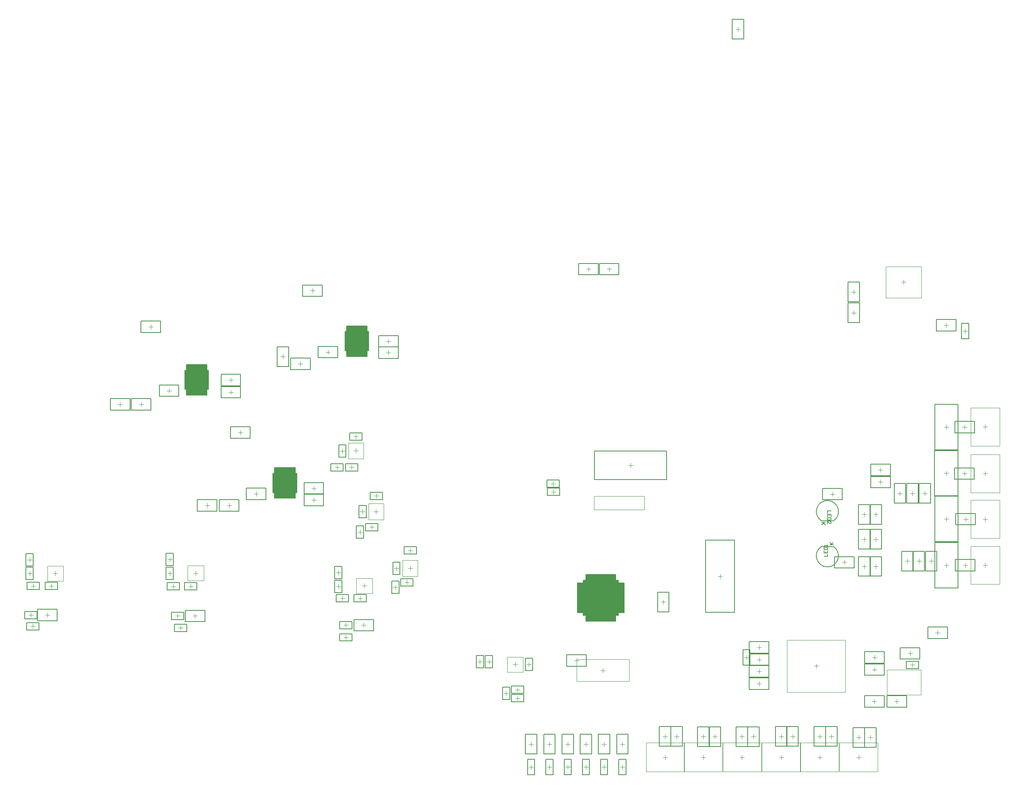
<source format=gbr>
%TF.GenerationSoftware,Altium Limited,Altium Designer,21.6.4 (81)*%
G04 Layer_Color=32768*
%FSLAX43Y43*%
%MOMM*%
%TF.SameCoordinates,76D5CAF9-2094-4FD7-9A7B-915B2AFADFAF*%
%TF.FilePolarity,Positive*%
%TF.FileFunction,Other,Mechanical_15*%
%TF.Part,Single*%
G01*
G75*
%TA.AperFunction,NonConductor*%
%ADD112C,0.152*%
%ADD115C,0.200*%
%ADD126C,0.100*%
%ADD132C,0.050*%
G36*
X108716Y64038D02*
Y62783D01*
X113237D01*
Y64038D01*
X113580D01*
Y68229D01*
X113237D01*
Y69484D01*
X108716D01*
Y68229D01*
X108373D01*
Y64038D01*
X108716D01*
D02*
G37*
G36*
X89399Y86679D02*
Y85424D01*
X93920D01*
Y86679D01*
X94263D01*
Y90870D01*
X93920D01*
Y92125D01*
X89399D01*
Y90870D01*
X89056D01*
Y86679D01*
X89399D01*
D02*
G37*
G36*
X176427Y37667D02*
Y37077D01*
X177017D01*
Y35824D01*
X183533D01*
Y37077D01*
X184123D01*
Y37667D01*
X185376D01*
Y44183D01*
X184123D01*
Y44773D01*
X183533D01*
Y46026D01*
X177017D01*
Y44773D01*
X176427D01*
Y44183D01*
X175174D01*
Y37667D01*
X176427D01*
D02*
G37*
G36*
X124517Y95169D02*
Y93914D01*
X129038D01*
Y95169D01*
X129381D01*
Y99360D01*
X129038D01*
Y100615D01*
X124517D01*
Y99360D01*
X124174D01*
Y95169D01*
X124517D01*
D02*
G37*
D112*
X108716Y62783D02*
X113237D01*
Y64038D01*
X113580D01*
Y68229D01*
X113237D02*
X113580D01*
X113237D02*
Y69484D01*
X108716D02*
X113237D01*
X108716Y68229D02*
Y69484D01*
X108373Y68229D02*
X108716D01*
X108373Y64038D02*
Y68229D01*
Y64038D02*
X108716D01*
Y62783D02*
Y64038D01*
X124517Y93914D02*
Y95169D01*
X124174D02*
X124517D01*
X124174D02*
Y99360D01*
X124517D01*
Y100615D01*
X129038D01*
Y99360D02*
Y100615D01*
Y99360D02*
X129381D01*
Y95169D02*
Y99360D01*
X129038Y95169D02*
X129381D01*
X129038Y93914D02*
Y95169D01*
X124517Y93914D02*
X129038D01*
X89399Y85424D02*
Y86679D01*
X89056D02*
X89399D01*
X89056D02*
Y90870D01*
X89399D01*
Y92125D01*
X93920D01*
Y90870D02*
Y92125D01*
Y90870D02*
X94263D01*
Y86679D02*
Y90870D01*
X93920Y86679D02*
X94263D01*
X93920Y85424D02*
Y86679D01*
X89399Y85424D02*
X93920D01*
X176427Y37077D02*
X177017D01*
Y35824D02*
Y37077D01*
Y35824D02*
X183533D01*
Y37077D01*
X184123D01*
Y37667D01*
X185376D01*
Y44183D01*
X184123D02*
X185376D01*
X184123D02*
Y44773D01*
X183533D02*
X184123D01*
X183533D02*
Y46026D01*
X177017D02*
X183533D01*
X177017Y44773D02*
Y46026D01*
X176427Y44773D02*
X177017D01*
X176427Y44183D02*
Y44773D01*
X175174Y44183D02*
X176427D01*
X175174Y37667D02*
Y44183D01*
Y37667D02*
X176427D01*
Y37077D02*
Y37667D01*
X229492Y57460D02*
X228730D01*
X228984D01*
X229492Y56952D01*
X229111Y57333D01*
X228730Y56952D01*
X230762Y60000D02*
X230000D01*
Y59492D01*
X230762Y58730D02*
Y59238D01*
X230000D01*
Y58730D01*
X230381Y59238D02*
Y58984D01*
X230762Y58476D02*
X230000D01*
Y58096D01*
X230127Y57969D01*
X230635D01*
X230762Y58096D01*
Y58476D01*
X230000Y57207D02*
Y57715D01*
X230508Y57207D01*
X230635D01*
X230762Y57334D01*
Y57588D01*
X230635Y57715D01*
X230508Y52540D02*
X231270D01*
X231016D01*
X230508Y53048D01*
X230889Y52667D01*
X231270Y53048D01*
X229238Y50000D02*
X230000D01*
Y50508D01*
X229238Y51270D02*
Y50762D01*
X230000D01*
Y51270D01*
X229619Y50762D02*
Y51016D01*
X229238Y51524D02*
X230000D01*
Y51904D01*
X229873Y52031D01*
X229365D01*
X229238Y51904D01*
Y51524D01*
X230000Y52285D02*
Y52539D01*
Y52412D01*
X229238D01*
X229365Y52285D01*
D115*
X231358Y57841D02*
G03*
X228620Y57861I-1355J2016D01*
G01*
X228642Y52159D02*
G03*
X231380Y52139I1355J-2016D01*
G01*
X114898Y109585D02*
X119206D01*
X114898Y107076D02*
Y109585D01*
Y107076D02*
X119206D01*
Y109585D01*
X192746Y37846D02*
Y42154D01*
Y37846D02*
X195254D01*
Y42154D01*
X192746D02*
X195254D01*
X228946Y62446D02*
Y64954D01*
X233254D01*
Y62446D02*
Y64954D01*
X228946Y62446D02*
X233254D01*
X257918Y66940D02*
X262226D01*
Y69448D01*
X257918D02*
X262226D01*
X257918Y66940D02*
Y69448D01*
X178918Y73152D02*
X194718D01*
Y66852D02*
Y73152D01*
X178918Y66852D02*
X194718D01*
X178918D02*
Y73152D01*
X238151Y12454D02*
X240659D01*
Y8146D02*
Y12454D01*
X238151Y8146D02*
X240659D01*
X238151D02*
Y12454D01*
X235611Y12456D02*
X238119D01*
Y8147D02*
Y12456D01*
X235611Y8147D02*
X238119D01*
X235611D02*
Y12456D01*
X128720Y55650D02*
Y57250D01*
X131428D01*
Y55650D02*
Y57250D01*
X128720Y55650D02*
X131428D01*
X126656Y56732D02*
X128256D01*
Y54024D02*
Y56732D01*
X126656Y54024D02*
X128256D01*
X126656D02*
Y56732D01*
X127225Y61179D02*
X128825D01*
Y58471D02*
Y61179D01*
X127225Y58471D02*
X128825D01*
X127225D02*
Y61179D01*
X132429Y62500D02*
Y64100D01*
X129721Y62500D02*
X132429D01*
X129721D02*
Y64100D01*
X132429D01*
X163382Y18093D02*
Y19693D01*
X160674Y18093D02*
X163382D01*
X160674D02*
Y19693D01*
X163382D01*
X160674Y19970D02*
Y21570D01*
X163382D01*
Y19970D02*
Y21570D01*
X160674Y19970D02*
X163382D01*
X158725Y21324D02*
X160325D01*
Y18616D02*
Y21324D01*
X158725Y18616D02*
X160325D01*
X158725D02*
Y21324D01*
X152950Y25559D02*
X154550D01*
X152950D02*
Y28267D01*
X154550D01*
Y25559D02*
Y28267D01*
X165300Y24963D02*
Y27672D01*
X163700D02*
X165300D01*
X163700Y24963D02*
Y27672D01*
Y24963D02*
X165300D01*
X154950Y28292D02*
X156550D01*
Y25584D02*
Y28292D01*
X154950Y25584D02*
X156550D01*
X154950D02*
Y28292D01*
X203302Y53547D02*
X209602D01*
X203302Y37746D02*
Y53547D01*
Y37746D02*
X209602D01*
Y53547D01*
X172821Y28423D02*
X177129D01*
X172821Y25915D02*
Y28423D01*
Y25915D02*
X177129D01*
Y28423D01*
X123044Y31443D02*
Y33043D01*
X125752D01*
Y31443D02*
Y33043D01*
X123044Y31443D02*
X125752D01*
X86795Y33525D02*
Y35125D01*
X89503D01*
Y33525D02*
Y35125D01*
X86795Y33525D02*
X89503D01*
X54371Y33875D02*
Y35475D01*
X57079D01*
Y33875D02*
Y35475D01*
X54371Y33875D02*
X57079D01*
X168442Y65175D02*
X171150D01*
Y66775D01*
X168442D02*
X171150D01*
X168442Y65175D02*
Y66775D01*
X168549Y63375D02*
X171257D01*
Y64975D01*
X168549D02*
X171257D01*
X168549Y63375D02*
Y64975D01*
X258204Y99468D02*
Y101976D01*
X253896Y99468D02*
X258204D01*
X253896D02*
Y101976D01*
X258204D01*
X259425Y101168D02*
X260975D01*
X259425Y97768D02*
Y101168D01*
Y97768D02*
X260975D01*
Y101168D01*
X193148Y8346D02*
Y12654D01*
Y8346D02*
X195656D01*
Y12654D01*
X193148D02*
X195656D01*
X195688Y8346D02*
Y12654D01*
Y8346D02*
X198196D01*
Y12654D01*
X195688D02*
X198196D01*
X209999Y8325D02*
Y12633D01*
Y8325D02*
X212507D01*
Y12633D01*
X209999D02*
X212507D01*
X212539Y8325D02*
Y12633D01*
Y8325D02*
X215047D01*
Y12633D01*
X212539D02*
X215047D01*
X201491Y8316D02*
Y12624D01*
Y8316D02*
X203999D01*
Y12624D01*
X201491D02*
X203999D01*
X204091Y8316D02*
Y12624D01*
Y8316D02*
X206599D01*
Y12624D01*
X204091D02*
X206599D01*
X218581Y8346D02*
Y12654D01*
Y8346D02*
X221089D01*
Y12654D01*
X218581D02*
X221089D01*
X221121Y8346D02*
Y12654D01*
Y8346D02*
X223629D01*
Y12654D01*
X221121D02*
X223629D01*
X227056Y8346D02*
Y12654D01*
Y8346D02*
X229564D01*
Y12654D01*
X227056D02*
X229564D01*
X229596Y8346D02*
Y12654D01*
Y8346D02*
X232104D01*
Y12654D01*
X229596D02*
X232104D01*
X211450Y26175D02*
X213000D01*
Y29575D01*
X211450D02*
X213000D01*
X211450Y26175D02*
Y29575D01*
X262260Y77145D02*
Y79653D01*
X257952Y77145D02*
X262260D01*
X257952D02*
Y79653D01*
X262260D01*
X258171Y56930D02*
Y59438D01*
X262479D01*
Y56930D02*
Y59438D01*
X258171Y56930D02*
X262479D01*
X228621Y57841D02*
X231358D01*
X228642Y52159D02*
X231379D01*
X253526Y73409D02*
Y83389D01*
Y73409D02*
X258686D01*
Y83389D01*
X253526D02*
X258686D01*
X253516Y63284D02*
Y73264D01*
Y63284D02*
X258676D01*
Y73264D01*
X253516D02*
X258676D01*
X253526Y43069D02*
Y53049D01*
Y43069D02*
X258686D01*
Y53049D01*
X253526D02*
X258686D01*
X253526Y53219D02*
Y63199D01*
Y53219D02*
X258686D01*
Y63199D01*
X253526D02*
X258686D01*
X262401Y46830D02*
Y49338D01*
X258093Y46830D02*
X262401D01*
X258093D02*
Y49338D01*
X262401D01*
X236829Y45670D02*
X239338D01*
X236829D02*
Y49978D01*
X239338D01*
Y45670D02*
Y49978D01*
X236830Y55922D02*
X239338D01*
Y51613D02*
Y55922D01*
X236830Y51613D02*
X239338D01*
X236830D02*
Y55922D01*
X239388Y49977D02*
X241896D01*
Y45668D02*
Y49977D01*
X239388Y45668D02*
X241896D01*
X239388D02*
Y49977D01*
X246267Y46844D02*
X248775D01*
X246267D02*
Y51152D01*
X248775D01*
Y46844D02*
Y51152D01*
X135851Y93503D02*
Y96011D01*
X131543Y93503D02*
X135851D01*
X131543D02*
Y96011D01*
X135851D01*
X118277Y93597D02*
Y96105D01*
X122585D01*
Y93597D02*
Y96105D01*
X118277Y93597D02*
X122585D01*
X135851Y95968D02*
Y98476D01*
X131543Y95968D02*
X135851D01*
X131543D02*
Y98476D01*
X135851D01*
X109327Y96021D02*
X111835D01*
Y91713D02*
Y96021D01*
X109327Y91713D02*
X111835D01*
X109327D02*
Y96021D01*
X112226Y91020D02*
Y93528D01*
X116534D01*
Y91020D02*
Y93528D01*
X112226Y91020D02*
X116534D01*
X96627Y59966D02*
Y62474D01*
X100935D01*
Y59966D02*
Y62474D01*
X96627Y59966D02*
X100935D01*
X102527Y62466D02*
Y64974D01*
X106835D01*
Y62466D02*
Y64974D01*
X102527Y62466D02*
X106835D01*
X119490Y61109D02*
Y63618D01*
X115181Y61109D02*
X119490D01*
X115181D02*
Y63618D01*
X119490D01*
Y63709D02*
Y66218D01*
X115181Y63709D02*
X119490D01*
X115181D02*
Y66218D01*
X119490D01*
X103369Y75961D02*
Y78469D01*
X99061Y75961D02*
X103369D01*
X99061D02*
Y78469D01*
X103369D01*
X91792Y59966D02*
Y62474D01*
X96100D01*
Y59966D02*
Y62474D01*
X91792Y59966D02*
X96100D01*
X79410Y101642D02*
X83718D01*
X79410Y99134D02*
Y101642D01*
Y99134D02*
X83718D01*
Y101642D01*
X72710Y82134D02*
X77018D01*
Y84642D01*
X72710D02*
X77018D01*
X72710Y82134D02*
Y84642D01*
X77310Y82134D02*
X81618D01*
Y84642D01*
X77310D02*
X81618D01*
X77310Y82134D02*
Y84642D01*
X83433Y85134D02*
X87741D01*
Y87642D01*
X83433D02*
X87741D01*
X83433Y85134D02*
Y87642D01*
X96978Y89973D02*
X101286D01*
X96978Y87465D02*
Y89973D01*
Y87465D02*
X101286D01*
Y89973D01*
X96978Y87303D02*
X101286D01*
X96978Y84795D02*
Y87303D01*
Y84795D02*
X101286D01*
Y87303D01*
X239502Y67730D02*
X243810D01*
Y70238D01*
X239502D02*
X243810D01*
X239502Y67730D02*
Y70238D01*
X241896Y57063D02*
Y61372D01*
X239388D02*
X241896D01*
X239388Y57063D02*
Y61372D01*
Y57063D02*
X241896D01*
X244633Y61687D02*
Y65996D01*
Y61687D02*
X247141D01*
Y65996D01*
X244633D02*
X247141D01*
X231568Y47476D02*
X235877D01*
Y49984D01*
X231568D02*
X235877D01*
X231568Y47476D02*
Y49984D01*
X251317Y46845D02*
Y51153D01*
X248808D02*
X251317D01*
X248808Y46845D02*
Y51153D01*
Y46845D02*
X251317D01*
X241896Y51613D02*
Y55922D01*
X239388D02*
X241896D01*
X239388Y51613D02*
Y55922D01*
Y51613D02*
X241896D01*
X251516Y46845D02*
Y51153D01*
Y46845D02*
X254024D01*
Y51153D01*
X251516D02*
X254024D01*
X239503Y67588D02*
X243811D01*
X239503Y65080D02*
Y67588D01*
Y65080D02*
X243811D01*
Y67588D01*
X236817Y57063D02*
Y61372D01*
Y57063D02*
X239325D01*
Y61372D01*
X236817D02*
X239325D01*
X252625Y61686D02*
Y65994D01*
X250117D02*
X252625D01*
X250117Y61686D02*
Y65994D01*
Y61686D02*
X252625D01*
X247392D02*
Y65994D01*
Y61686D02*
X249900D01*
Y65994D01*
X247392D02*
X249900D01*
X237032Y105891D02*
Y110200D01*
X234524D02*
X237032D01*
X234524Y105891D02*
Y110200D01*
Y105891D02*
X237032D01*
X237049Y101316D02*
Y105625D01*
X234541D02*
X237049D01*
X234541Y101316D02*
Y105625D01*
Y101316D02*
X237049D01*
X175423Y111812D02*
X179732D01*
Y114320D01*
X175423D02*
X179732D01*
X175423Y111812D02*
Y114320D01*
X179948Y111812D02*
X184257D01*
Y114320D01*
X179948D02*
X184257D01*
X179948Y111812D02*
Y114320D01*
X209121Y163546D02*
Y167854D01*
Y163546D02*
X211629D01*
Y167854D01*
X209121D02*
X211629D01*
X122797Y71821D02*
Y74529D01*
Y71821D02*
X124397D01*
Y74529D01*
X122797D02*
X124397D01*
X134650Y46021D02*
Y48729D01*
Y46021D02*
X136250D01*
Y48729D01*
X134650D02*
X136250D01*
X137146Y52125D02*
X139854D01*
X137146Y50525D02*
Y52125D01*
Y50525D02*
X139854D01*
Y52125D01*
X121096Y68775D02*
X123804D01*
Y70375D01*
X121096D02*
X123804D01*
X121096Y68775D02*
Y70375D01*
X125218Y77125D02*
X127926D01*
X125218Y75525D02*
Y77125D01*
Y75525D02*
X127926D01*
Y77125D01*
X124268Y68775D02*
X126976D01*
Y70375D01*
X124268D02*
X126976D01*
X124268Y68775D02*
Y70375D01*
X134407Y41924D02*
Y44632D01*
Y41924D02*
X136007D01*
Y44632D01*
X134407D02*
X136007D01*
X136368Y43525D02*
X139077D01*
Y45125D01*
X136368D02*
X139077D01*
X136368Y43525D02*
Y45125D01*
X166275Y6667D02*
Y10975D01*
X163767D02*
X166275D01*
X163767Y6667D02*
Y10975D01*
Y6667D02*
X166275D01*
X169796Y2121D02*
Y5521D01*
X168246Y2121D02*
X169796D01*
X168246D02*
Y5521D01*
X169796D01*
X174275Y6667D02*
Y10975D01*
X171767D02*
X174275D01*
X171767Y6667D02*
Y10975D01*
Y6667D02*
X174275D01*
X173796Y2121D02*
Y5521D01*
X172246Y2121D02*
X173796D01*
X172246D02*
Y5521D01*
X173796D01*
X178275Y6667D02*
Y10975D01*
X175767D02*
X178275D01*
X175767Y6667D02*
Y10975D01*
Y6667D02*
X178275D01*
X182275D02*
Y10975D01*
X179767D02*
X182275D01*
X179767Y6667D02*
Y10975D01*
Y6667D02*
X182275D01*
X170275D02*
Y10975D01*
X167767D02*
X170275D01*
X167767Y6667D02*
Y10975D01*
Y6667D02*
X170275D01*
X183767D02*
X186275D01*
X183767D02*
Y10975D01*
X186275D01*
Y6667D02*
Y10975D01*
X61028Y35896D02*
Y38404D01*
X56720Y35896D02*
X61028D01*
X56720D02*
Y38404D01*
X61028D01*
X85169Y42640D02*
X87877D01*
Y44240D01*
X85169D02*
X87877D01*
X85169Y42640D02*
Y44240D01*
X89009Y44240D02*
X91718D01*
X89009Y42640D02*
Y44240D01*
Y42640D02*
X91718D01*
Y44240D01*
X84923Y47960D02*
Y50669D01*
Y47960D02*
X86523D01*
Y50669D01*
X84923D02*
X86523D01*
X54453Y42725D02*
X57161D01*
Y44325D01*
X54453D02*
X57161D01*
X54453Y42725D02*
Y44325D01*
X54206Y47915D02*
Y50623D01*
Y47915D02*
X55806D01*
Y50623D01*
X54206D02*
X55806D01*
X122288Y40021D02*
X124997D01*
Y41621D01*
X122288D02*
X124997D01*
X122288Y40021D02*
Y41621D01*
X121922Y42092D02*
Y44800D01*
Y42092D02*
X123522D01*
Y44800D01*
X121922D02*
X123522D01*
X121922Y45091D02*
Y47799D01*
Y45091D02*
X123522D01*
Y47799D01*
X121922D02*
X123522D01*
X126169Y41621D02*
X128877D01*
X126169Y40021D02*
Y41621D01*
Y40021D02*
X128877D01*
Y41621D01*
X58396Y44325D02*
X61105D01*
X58396Y42725D02*
Y44325D01*
Y42725D02*
X61105D01*
Y44325D01*
X54207Y44921D02*
Y47629D01*
Y44921D02*
X55807D01*
Y47629D01*
X54207D02*
X55807D01*
X84923Y44959D02*
Y47668D01*
Y44959D02*
X86523D01*
Y47668D01*
X84923D02*
X86523D01*
X123046Y35725D02*
X125754D01*
X123046Y34125D02*
Y35725D01*
Y34125D02*
X125754D01*
Y35725D01*
X126121Y36179D02*
X130429D01*
X126121Y33671D02*
Y36179D01*
Y33671D02*
X130429D01*
Y36179D01*
X86071Y37750D02*
X88779D01*
X86071Y36150D02*
Y37750D01*
Y36150D02*
X88779D01*
Y37750D01*
X89146Y38204D02*
X93454D01*
X89146Y35696D02*
Y38204D01*
Y35696D02*
X93454D01*
Y38204D01*
X56659Y36350D02*
Y37950D01*
X53951Y36350D02*
X56659D01*
X53951D02*
Y37950D01*
X56659D01*
X212846Y31279D02*
X217154D01*
X212846Y28771D02*
Y31279D01*
Y28771D02*
X217154D01*
Y31279D01*
X212846Y26121D02*
X217154D01*
Y28629D01*
X212846D02*
X217154D01*
X212846Y26121D02*
Y28629D01*
Y23546D02*
X217154D01*
Y26054D01*
X212846D02*
X217154D01*
X212846Y23546D02*
Y26054D01*
Y23354D02*
X217154D01*
X212846Y20846D02*
Y23354D01*
Y20846D02*
X217154D01*
Y23354D01*
X252026Y34514D02*
X256334D01*
X252026Y32006D02*
Y34514D01*
Y32006D02*
X256334D01*
Y34514D01*
X243046Y16917D02*
X247354D01*
Y19425D01*
X243046D02*
X247354D01*
X243046Y16917D02*
Y19425D01*
X238151D02*
X242459D01*
X238151Y16917D02*
Y19425D01*
Y16917D02*
X242459D01*
Y19425D01*
X238196Y29124D02*
X242504D01*
X238196Y26616D02*
Y29124D01*
Y26616D02*
X242504D01*
Y29124D01*
X238192Y26424D02*
X242500D01*
X238192Y23916D02*
Y26424D01*
Y23916D02*
X242500D01*
Y26424D01*
X245986Y29998D02*
X250294D01*
X245986Y27490D02*
Y29998D01*
Y27490D02*
X250294D01*
Y29998D01*
X247286Y27010D02*
X249994D01*
X247286Y25410D02*
Y27010D01*
Y25410D02*
X249994D01*
Y27010D01*
X164246Y5521D02*
X165796D01*
X164246Y2121D02*
Y5521D01*
Y2121D02*
X165796D01*
Y5521D01*
X176246D02*
X177796D01*
X176246Y2121D02*
Y5521D01*
Y2121D02*
X177796D01*
Y5521D01*
X180246D02*
X181796D01*
X180246Y2121D02*
Y5521D01*
Y2121D02*
X181796D01*
Y5521D01*
X184246D02*
X185796D01*
X184246Y2121D02*
Y5521D01*
Y2121D02*
X185796D01*
Y5521D01*
D126*
X116552Y108331D02*
X117552D01*
X117052Y107831D02*
Y108831D01*
X194000Y39500D02*
Y40500D01*
X193500Y40000D02*
X194500D01*
X227560Y25440D02*
Y26440D01*
X227060Y25940D02*
X228060D01*
X231100Y63200D02*
Y64200D01*
X230600Y63700D02*
X231600D01*
X259572Y68194D02*
X260572D01*
X260072Y67694D02*
Y68694D01*
X186318Y70002D02*
X187318D01*
X186818Y69502D02*
Y70502D01*
X238905Y10300D02*
X239905D01*
X239405Y9800D02*
Y10800D01*
X236365Y10301D02*
X237365D01*
X236865Y9801D02*
Y10801D01*
X130500Y59850D02*
X131500D01*
X131000Y59350D02*
Y60350D01*
X130074Y55950D02*
Y56950D01*
X129574Y56450D02*
X130574D01*
X126956Y55378D02*
X127956D01*
X127456Y54878D02*
Y55878D01*
X127525Y59825D02*
X128525D01*
X128025Y59325D02*
Y60325D01*
X131075Y62800D02*
Y63800D01*
X130575Y63300D02*
X131575D01*
X162028Y18393D02*
Y19393D01*
X161528Y18893D02*
X162528D01*
X162028Y20270D02*
Y21270D01*
X161528Y20770D02*
X162528D01*
X159025Y19970D02*
X160025D01*
X159525Y19470D02*
Y20470D01*
X161500Y25813D02*
Y26813D01*
X161000Y26313D02*
X162000D01*
X153250Y26913D02*
X154250D01*
X153750Y26413D02*
Y27413D01*
X164500Y25817D02*
Y26817D01*
X164000Y26317D02*
X165000D01*
X155250Y26938D02*
X156250D01*
X155750Y26438D02*
Y27438D01*
X205952Y45646D02*
X206952D01*
X206452Y45146D02*
Y46146D01*
X174475Y27169D02*
X175475D01*
X174975Y26669D02*
Y27669D01*
X124398Y31743D02*
Y32743D01*
X123898Y32243D02*
X124898D01*
X88149Y33825D02*
Y34825D01*
X87649Y34325D02*
X88649D01*
X55725Y34175D02*
Y35175D01*
X55225Y34675D02*
X56225D01*
X169296Y65975D02*
X170296D01*
X169796Y65475D02*
Y66475D01*
X169403Y64175D02*
X170403D01*
X169903Y63675D02*
Y64675D01*
X246725Y109700D02*
Y110700D01*
X246225Y110200D02*
X247225D01*
X256050Y100222D02*
Y101222D01*
X255550Y100722D02*
X256550D01*
X259700Y99468D02*
X260700D01*
X260200Y98968D02*
Y99968D01*
X194402Y10000D02*
Y11000D01*
X193902Y10500D02*
X194902D01*
X196942Y10000D02*
Y11000D01*
X196442Y10500D02*
X197442D01*
X211253Y9979D02*
Y10979D01*
X210753Y10479D02*
X211753D01*
X213793Y9979D02*
Y10979D01*
X213293Y10479D02*
X214293D01*
X202745Y9970D02*
Y10970D01*
X202245Y10470D02*
X203245D01*
X205345Y9970D02*
Y10970D01*
X204845Y10470D02*
X205845D01*
X219835Y10000D02*
Y11000D01*
X219335Y10500D02*
X220335D01*
X222375Y10000D02*
Y11000D01*
X221875Y10500D02*
X222875D01*
X228310Y10000D02*
Y11000D01*
X227810Y10500D02*
X228810D01*
X230850Y10000D02*
Y11000D01*
X230350Y10500D02*
X231350D01*
X211725Y27875D02*
X212725D01*
X212225Y27375D02*
Y28375D01*
X260106Y77899D02*
Y78899D01*
X259606Y78399D02*
X260606D01*
X260325Y57684D02*
Y58684D01*
X259825Y58184D02*
X260825D01*
X256106Y77899D02*
Y78899D01*
X255606Y78399D02*
X256606D01*
X256096Y67774D02*
Y68774D01*
X255596Y68274D02*
X256596D01*
X256106Y47559D02*
Y48559D01*
X255606Y48059D02*
X256606D01*
X256106Y57709D02*
Y58709D01*
X255606Y58209D02*
X256606D01*
X260247Y47584D02*
Y48584D01*
X259747Y48084D02*
X260747D01*
X237584Y47824D02*
X238584D01*
X238084Y47324D02*
Y48324D01*
X237584Y53768D02*
X238584D01*
X238084Y53268D02*
Y54268D01*
X240142Y47822D02*
X241142D01*
X240642Y47322D02*
Y48322D01*
X247021Y48998D02*
X248021D01*
X247521Y48498D02*
Y49498D01*
X133697Y94257D02*
Y95257D01*
X133197Y94757D02*
X134197D01*
X120431Y94351D02*
Y95351D01*
X119931Y94851D02*
X120931D01*
X133697Y96722D02*
Y97722D01*
X133197Y97222D02*
X134197D01*
X110081Y93867D02*
X111081D01*
X110581Y93367D02*
Y94367D01*
X114380Y91774D02*
Y92774D01*
X113880Y92274D02*
X114880D01*
X98781Y60720D02*
Y61720D01*
X98281Y61220D02*
X99281D01*
X104681Y63220D02*
Y64220D01*
X104181Y63720D02*
X105181D01*
X117336Y61863D02*
Y62863D01*
X116836Y62363D02*
X117836D01*
X117336Y64463D02*
Y65463D01*
X116836Y64963D02*
X117836D01*
X101215Y76715D02*
Y77715D01*
X100715Y77215D02*
X101715D01*
X93946Y60720D02*
Y61720D01*
X93446Y61220D02*
X94446D01*
X81064Y100388D02*
X82064D01*
X81564Y99888D02*
Y100888D01*
X74364Y83388D02*
X75364D01*
X74864Y82888D02*
Y83888D01*
X78964Y83388D02*
X79964D01*
X79464Y82888D02*
Y83888D01*
X85087Y86388D02*
X86087D01*
X85587Y85888D02*
Y86888D01*
X98632Y88719D02*
X99632D01*
X99132Y88219D02*
Y89219D01*
X98632Y86049D02*
X99632D01*
X99132Y85549D02*
Y86549D01*
X241156Y68984D02*
X242156D01*
X241656Y68484D02*
Y69484D01*
X240642Y58718D02*
Y59718D01*
X240142Y59218D02*
X241142D01*
X245887Y63341D02*
Y64341D01*
X245387Y63841D02*
X246387D01*
X233223Y48730D02*
X234223D01*
X233723Y48230D02*
Y49230D01*
X250063Y48499D02*
Y49499D01*
X249563Y48999D02*
X250563D01*
X240642Y53268D02*
Y54268D01*
X240142Y53768D02*
X241142D01*
X252770Y48499D02*
Y49499D01*
X252270Y48999D02*
X253270D01*
X241157Y66334D02*
X242157D01*
X241657Y65834D02*
Y66834D01*
X238071Y58718D02*
Y59718D01*
X237571Y59218D02*
X238571D01*
X251371Y63340D02*
Y64340D01*
X250871Y63840D02*
X251871D01*
X248646Y63340D02*
Y64340D01*
X248146Y63840D02*
X249146D01*
X235778Y107546D02*
Y108546D01*
X235278Y108046D02*
X236278D01*
X235795Y102971D02*
Y103971D01*
X235295Y103471D02*
X236295D01*
X177077Y113066D02*
X178077D01*
X177577Y112566D02*
Y113566D01*
X181602Y113066D02*
X182602D01*
X182102Y112566D02*
Y113566D01*
X210375Y165200D02*
Y166200D01*
X209875Y165700D02*
X210875D01*
X123597Y72675D02*
Y73675D01*
X123097Y73175D02*
X124097D01*
X135450Y46875D02*
Y47875D01*
X134950Y47375D02*
X135950D01*
X138000Y51325D02*
X139000D01*
X138500Y50825D02*
Y51825D01*
X138500Y46900D02*
Y47900D01*
X138000Y47400D02*
X139000D01*
X121950Y69575D02*
X122950D01*
X122450Y69075D02*
Y70075D01*
X126072Y76325D02*
X127072D01*
X126572Y75825D02*
Y76825D01*
X126572Y72700D02*
Y73700D01*
X126072Y73200D02*
X127072D01*
X125122Y69575D02*
X126122D01*
X125622Y69075D02*
Y70075D01*
X135207Y42778D02*
Y43778D01*
X134707Y43278D02*
X135707D01*
X137223Y44325D02*
X138223D01*
X137723Y43825D02*
Y44825D01*
X165021Y8321D02*
Y9321D01*
X164521Y8821D02*
X165521D01*
X169021Y3321D02*
Y4321D01*
X168521Y3821D02*
X169521D01*
X173021Y8321D02*
Y9321D01*
X172521Y8821D02*
X173521D01*
X173021Y3321D02*
Y4321D01*
X172521Y3821D02*
X173521D01*
X177021Y8321D02*
Y9321D01*
X176521Y8821D02*
X177521D01*
X181021Y8321D02*
Y9321D01*
X180521Y8821D02*
X181521D01*
X169021Y8321D02*
Y9321D01*
X168521Y8821D02*
X169521D01*
X184521D02*
X185521D01*
X185021Y8321D02*
Y9321D01*
X58874Y36650D02*
Y37650D01*
X58374Y37150D02*
X59374D01*
X86023Y43440D02*
X87023D01*
X86523Y42940D02*
Y43940D01*
X89864Y43440D02*
X90864D01*
X90364Y42940D02*
Y43940D01*
X127923Y43569D02*
X128923D01*
X128423Y43069D02*
Y44069D01*
X85723Y48814D02*
Y49814D01*
X85223Y49314D02*
X86223D01*
X90923Y46314D02*
X91923D01*
X91423Y45814D02*
Y46814D01*
X55307Y43525D02*
X56307D01*
X55807Y43025D02*
Y44025D01*
X55006Y48769D02*
Y49769D01*
X54506Y49269D02*
X55506D01*
X60151Y46275D02*
X61151D01*
X60651Y45775D02*
Y46775D01*
X123143Y40821D02*
X124143D01*
X123643Y40321D02*
Y41321D01*
X122722Y42946D02*
Y43946D01*
X122222Y43446D02*
X123222D01*
X122722Y45945D02*
Y46945D01*
X122222Y46445D02*
X123222D01*
X127023Y40821D02*
X128023D01*
X127523Y40321D02*
Y41321D01*
X59251Y43525D02*
X60251D01*
X59751Y43025D02*
Y44025D01*
X55007Y45775D02*
Y46775D01*
X54507Y46275D02*
X55507D01*
X85723Y45814D02*
Y46814D01*
X85223Y46314D02*
X86223D01*
X123900Y34925D02*
X124900D01*
X124400Y34425D02*
Y35425D01*
X127775Y34925D02*
X128775D01*
X128275Y34425D02*
Y35425D01*
X86925Y36950D02*
X87925D01*
X87425Y36450D02*
Y37450D01*
X90800Y36950D02*
X91800D01*
X91300Y36450D02*
Y37450D01*
X55305Y36650D02*
Y37650D01*
X54805Y37150D02*
X55805D01*
X180250Y25000D02*
X181250D01*
X180750Y24500D02*
Y25500D01*
X214500Y30025D02*
X215500D01*
X215000Y29525D02*
Y30525D01*
X214500Y27375D02*
X215500D01*
X215000Y26875D02*
Y27875D01*
X214500Y24800D02*
X215500D01*
X215000Y24300D02*
Y25300D01*
X214500Y22100D02*
X215500D01*
X215000Y21600D02*
Y22600D01*
X253680Y33260D02*
X254680D01*
X254180Y32760D02*
Y33760D01*
X244700Y18171D02*
X245700D01*
X245200Y17671D02*
Y18671D01*
X239805Y18171D02*
X240805D01*
X240305Y17671D02*
Y18671D01*
X239850Y27870D02*
X240850D01*
X240350Y27370D02*
Y28370D01*
X239846Y25170D02*
X240846D01*
X240346Y24670D02*
Y25670D01*
X247640Y28744D02*
X248640D01*
X248140Y28244D02*
Y29244D01*
Y26210D02*
X249140D01*
X248640Y25710D02*
Y26710D01*
X164521Y3821D02*
X165521D01*
X165021Y3321D02*
Y4321D01*
X176521Y3821D02*
X177521D01*
X177021Y3321D02*
Y4321D01*
X180521Y3821D02*
X181521D01*
X181021Y3321D02*
Y4321D01*
X184521Y3821D02*
X185521D01*
X185021Y3321D02*
Y4321D01*
D132*
X221160Y31690D02*
X233960D01*
X221160Y20190D02*
X233960D01*
Y31690D01*
X221160Y20190D02*
Y31690D01*
X178785Y63270D02*
X189775D01*
X178785Y60280D02*
Y63270D01*
Y60280D02*
X189775D01*
Y63270D01*
X236865Y5450D02*
Y6450D01*
X236365Y5950D02*
X237365D01*
X232685Y9125D02*
X241045D01*
Y2775D02*
Y9125D01*
X232685Y2775D02*
X241045D01*
X232685D02*
Y9125D01*
X129350Y58100D02*
Y61600D01*
X132650Y58100D02*
Y61600D01*
X129350D02*
X132650D01*
X129350Y58100D02*
X132650D01*
X159750Y27963D02*
X163250D01*
X159750Y24663D02*
X163250D01*
Y27963D01*
X159750Y24663D02*
Y27963D01*
X242825Y106750D02*
X250625D01*
X242825Y113650D02*
X250625D01*
X242825Y106750D02*
Y113650D01*
X250625Y106750D02*
Y113650D01*
X228310Y5450D02*
Y6450D01*
X227810Y5950D02*
X228810D01*
X224130Y9125D02*
X232490D01*
Y2775D02*
Y9125D01*
X224130Y2775D02*
X232490D01*
X224130D02*
Y9125D01*
X219835Y5451D02*
Y6451D01*
X219335Y5951D02*
X220335D01*
X215655Y9126D02*
X224015D01*
Y2776D02*
Y9126D01*
X215655Y2776D02*
X224015D01*
X215655D02*
Y9126D01*
X194402Y5425D02*
Y6425D01*
X193902Y5925D02*
X194902D01*
X190222Y9100D02*
X198582D01*
Y2750D02*
Y9100D01*
X190222Y2750D02*
X198582D01*
X190222D02*
Y9100D01*
X211253Y5429D02*
Y6429D01*
X210753Y5929D02*
X211753D01*
X207073Y9104D02*
X215433D01*
Y2754D02*
Y9104D01*
X207073Y2754D02*
X215433D01*
X207073D02*
Y9104D01*
X202745Y5420D02*
Y6420D01*
X202245Y5920D02*
X203245D01*
X198565Y9095D02*
X206925D01*
Y2745D02*
Y9095D01*
X198565Y2745D02*
X206925D01*
X198565D02*
Y9095D01*
X136850Y45650D02*
X140150D01*
X136850Y49150D02*
X140150D01*
Y45650D02*
Y49150D01*
X136850Y45650D02*
Y49150D01*
X124922Y71450D02*
X128222D01*
X124922Y74950D02*
X128222D01*
Y71450D02*
Y74950D01*
X124922Y71450D02*
Y74950D01*
X261431Y54004D02*
X267781D01*
Y62364D01*
X261431D02*
X267781D01*
X261431Y54004D02*
Y62364D01*
X264606Y57684D02*
Y58684D01*
X264106Y58184D02*
X265106D01*
X261431Y43904D02*
X267781D01*
Y52264D01*
X261431D02*
X267781D01*
X261431Y43904D02*
Y52264D01*
X264606Y47584D02*
Y48584D01*
X264106Y48084D02*
X265106D01*
X261431Y74279D02*
X267781D01*
Y82639D01*
X261431D02*
X267781D01*
X261431Y74279D02*
Y82639D01*
X264606Y77959D02*
Y78959D01*
X264106Y78459D02*
X265106D01*
X261431Y64014D02*
X267781D01*
Y72374D01*
X261431D02*
X267781D01*
X261431Y64014D02*
Y72374D01*
X264606Y67694D02*
Y68694D01*
X264106Y68194D02*
X265106D01*
X130173Y41919D02*
Y45219D01*
X126673Y41919D02*
Y45219D01*
X130173D01*
X126673Y41919D02*
X130173D01*
X93173Y44664D02*
Y47964D01*
X89673Y44664D02*
Y47964D01*
X93173D01*
X89673Y44664D02*
X93173D01*
X62401Y44625D02*
Y47925D01*
X58901Y44625D02*
Y47925D01*
X62401D01*
X58901Y44625D02*
X62401D01*
X174975Y27424D02*
X186525D01*
X174975Y22576D02*
Y27424D01*
Y22576D02*
X186525D01*
Y27425D01*
X243075Y19670D02*
Y25170D01*
X250525D01*
Y19670D02*
Y25170D01*
X243075Y19670D02*
X250525D01*
%TF.MD5,9a8f0be64b553d2dd4af40a278b99879*%
M02*

</source>
